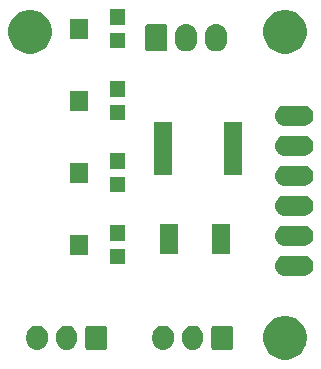
<source format=gbr>
G04 #@! TF.GenerationSoftware,KiCad,Pcbnew,(5.0.2)-1*
G04 #@! TF.CreationDate,2019-03-23T11:15:38+03:00*
G04 #@! TF.ProjectId,galvo-schematic,67616c76-6f2d-4736-9368-656d61746963,rev?*
G04 #@! TF.SameCoordinates,Original*
G04 #@! TF.FileFunction,Soldermask,Top*
G04 #@! TF.FilePolarity,Negative*
%FSLAX46Y46*%
G04 Gerber Fmt 4.6, Leading zero omitted, Abs format (unit mm)*
G04 Created by KiCad (PCBNEW (5.0.2)-1) date 23.03.2019 11:15:38*
%MOMM*%
%LPD*%
G01*
G04 APERTURE LIST*
%ADD10C,0.100000*%
G04 APERTURE END LIST*
D10*
G36*
X146589625Y-108965095D02*
X146589627Y-108965096D01*
X146589628Y-108965096D01*
X146926303Y-109104552D01*
X147229306Y-109307011D01*
X147486989Y-109564694D01*
X147689448Y-109867697D01*
X147828905Y-110204375D01*
X147900000Y-110561791D01*
X147900000Y-110926209D01*
X147842539Y-111215081D01*
X147828904Y-111283628D01*
X147792534Y-111371432D01*
X147689448Y-111620303D01*
X147486989Y-111923306D01*
X147229306Y-112180989D01*
X146926303Y-112383448D01*
X146589628Y-112522904D01*
X146589627Y-112522904D01*
X146589625Y-112522905D01*
X146232209Y-112594000D01*
X145867791Y-112594000D01*
X145510375Y-112522905D01*
X145510373Y-112522904D01*
X145510372Y-112522904D01*
X145173697Y-112383448D01*
X144870694Y-112180989D01*
X144613011Y-111923306D01*
X144410552Y-111620303D01*
X144307466Y-111371432D01*
X144271096Y-111283628D01*
X144257461Y-111215081D01*
X144200000Y-110926209D01*
X144200000Y-110561791D01*
X144271095Y-110204375D01*
X144410552Y-109867697D01*
X144613011Y-109564694D01*
X144870694Y-109307011D01*
X145173697Y-109104552D01*
X145510372Y-108965096D01*
X145510373Y-108965096D01*
X145510375Y-108965095D01*
X145867791Y-108894000D01*
X146232209Y-108894000D01*
X146589625Y-108965095D01*
X146589625Y-108965095D01*
G37*
G36*
X125224429Y-109732022D02*
X125394081Y-109783486D01*
X125550434Y-109867058D01*
X125687475Y-109979525D01*
X125799942Y-110116566D01*
X125799943Y-110116568D01*
X125883514Y-110272919D01*
X125934977Y-110442570D01*
X125934977Y-110442572D01*
X125948000Y-110574789D01*
X125948000Y-110913212D01*
X125934978Y-111045429D01*
X125883514Y-111215081D01*
X125799942Y-111371434D01*
X125687475Y-111508475D01*
X125550434Y-111620942D01*
X125394080Y-111704514D01*
X125224428Y-111755978D01*
X125048000Y-111773355D01*
X124871571Y-111755978D01*
X124701919Y-111704514D01*
X124545566Y-111620942D01*
X124408525Y-111508475D01*
X124296058Y-111371434D01*
X124212486Y-111215080D01*
X124161022Y-111045428D01*
X124148000Y-110913211D01*
X124148000Y-110574788D01*
X124161022Y-110442571D01*
X124212486Y-110272919D01*
X124296057Y-110116568D01*
X124408525Y-109979525D01*
X124485451Y-109916394D01*
X124545567Y-109867058D01*
X124701920Y-109783486D01*
X124871572Y-109732022D01*
X125048000Y-109714645D01*
X125224429Y-109732022D01*
X125224429Y-109732022D01*
G37*
G36*
X138392429Y-109732022D02*
X138562081Y-109783486D01*
X138718434Y-109867058D01*
X138855475Y-109979525D01*
X138967942Y-110116566D01*
X138967943Y-110116568D01*
X139051514Y-110272919D01*
X139102977Y-110442570D01*
X139102977Y-110442572D01*
X139116000Y-110574789D01*
X139116000Y-110913212D01*
X139102978Y-111045429D01*
X139051514Y-111215081D01*
X138967942Y-111371434D01*
X138855475Y-111508475D01*
X138718434Y-111620942D01*
X138562080Y-111704514D01*
X138392428Y-111755978D01*
X138216000Y-111773355D01*
X138039571Y-111755978D01*
X137869919Y-111704514D01*
X137713566Y-111620942D01*
X137576525Y-111508475D01*
X137464058Y-111371434D01*
X137380486Y-111215080D01*
X137329022Y-111045428D01*
X137316000Y-110913211D01*
X137316000Y-110574788D01*
X137329022Y-110442571D01*
X137380486Y-110272919D01*
X137464057Y-110116568D01*
X137576525Y-109979525D01*
X137653451Y-109916394D01*
X137713567Y-109867058D01*
X137869920Y-109783486D01*
X138039572Y-109732022D01*
X138216000Y-109714645D01*
X138392429Y-109732022D01*
X138392429Y-109732022D01*
G37*
G36*
X135892429Y-109732022D02*
X136062081Y-109783486D01*
X136218434Y-109867058D01*
X136355475Y-109979525D01*
X136467942Y-110116566D01*
X136467943Y-110116568D01*
X136551514Y-110272919D01*
X136602977Y-110442570D01*
X136602977Y-110442572D01*
X136616000Y-110574789D01*
X136616000Y-110913212D01*
X136602978Y-111045429D01*
X136551514Y-111215081D01*
X136467942Y-111371434D01*
X136355475Y-111508475D01*
X136218434Y-111620942D01*
X136062080Y-111704514D01*
X135892428Y-111755978D01*
X135716000Y-111773355D01*
X135539571Y-111755978D01*
X135369919Y-111704514D01*
X135213566Y-111620942D01*
X135076525Y-111508475D01*
X134964058Y-111371434D01*
X134880486Y-111215080D01*
X134829022Y-111045428D01*
X134816000Y-110913211D01*
X134816000Y-110574788D01*
X134829022Y-110442571D01*
X134880486Y-110272919D01*
X134964057Y-110116568D01*
X135076525Y-109979525D01*
X135153451Y-109916394D01*
X135213567Y-109867058D01*
X135369920Y-109783486D01*
X135539572Y-109732022D01*
X135716000Y-109714645D01*
X135892429Y-109732022D01*
X135892429Y-109732022D01*
G37*
G36*
X127724429Y-109732022D02*
X127894081Y-109783486D01*
X128050434Y-109867058D01*
X128187475Y-109979525D01*
X128299942Y-110116566D01*
X128299943Y-110116568D01*
X128383514Y-110272919D01*
X128434977Y-110442570D01*
X128434977Y-110442572D01*
X128448000Y-110574789D01*
X128448000Y-110913212D01*
X128434978Y-111045429D01*
X128383514Y-111215081D01*
X128299942Y-111371434D01*
X128187475Y-111508475D01*
X128050434Y-111620942D01*
X127894080Y-111704514D01*
X127724428Y-111755978D01*
X127548000Y-111773355D01*
X127371571Y-111755978D01*
X127201919Y-111704514D01*
X127045566Y-111620942D01*
X126908525Y-111508475D01*
X126796058Y-111371434D01*
X126712486Y-111215080D01*
X126661022Y-111045428D01*
X126648000Y-110913211D01*
X126648000Y-110574788D01*
X126661022Y-110442571D01*
X126712486Y-110272919D01*
X126796057Y-110116568D01*
X126908525Y-109979525D01*
X126985451Y-109916394D01*
X127045567Y-109867058D01*
X127201920Y-109783486D01*
X127371572Y-109732022D01*
X127548000Y-109714645D01*
X127724429Y-109732022D01*
X127724429Y-109732022D01*
G37*
G36*
X141459660Y-109723205D02*
X141495980Y-109734222D01*
X141529459Y-109752118D01*
X141558802Y-109776198D01*
X141582882Y-109805541D01*
X141600778Y-109839020D01*
X141611795Y-109875340D01*
X141616000Y-109918035D01*
X141616000Y-111569965D01*
X141611795Y-111612660D01*
X141600778Y-111648980D01*
X141582882Y-111682459D01*
X141558802Y-111711802D01*
X141529459Y-111735882D01*
X141495980Y-111753778D01*
X141459660Y-111764795D01*
X141416965Y-111769000D01*
X140015035Y-111769000D01*
X139972340Y-111764795D01*
X139936020Y-111753778D01*
X139902541Y-111735882D01*
X139873198Y-111711802D01*
X139849118Y-111682459D01*
X139831222Y-111648980D01*
X139820205Y-111612660D01*
X139816000Y-111569965D01*
X139816000Y-109918035D01*
X139820205Y-109875340D01*
X139831222Y-109839020D01*
X139849118Y-109805541D01*
X139873198Y-109776198D01*
X139902541Y-109752118D01*
X139936020Y-109734222D01*
X139972340Y-109723205D01*
X140015035Y-109719000D01*
X141416965Y-109719000D01*
X141459660Y-109723205D01*
X141459660Y-109723205D01*
G37*
G36*
X130791660Y-109723205D02*
X130827980Y-109734222D01*
X130861459Y-109752118D01*
X130890802Y-109776198D01*
X130914882Y-109805541D01*
X130932778Y-109839020D01*
X130943795Y-109875340D01*
X130948000Y-109918035D01*
X130948000Y-111569965D01*
X130943795Y-111612660D01*
X130932778Y-111648980D01*
X130914882Y-111682459D01*
X130890802Y-111711802D01*
X130861459Y-111735882D01*
X130827980Y-111753778D01*
X130791660Y-111764795D01*
X130748965Y-111769000D01*
X129347035Y-111769000D01*
X129304340Y-111764795D01*
X129268020Y-111753778D01*
X129234541Y-111735882D01*
X129205198Y-111711802D01*
X129181118Y-111682459D01*
X129163222Y-111648980D01*
X129152205Y-111612660D01*
X129148000Y-111569965D01*
X129148000Y-109918035D01*
X129152205Y-109875340D01*
X129163222Y-109839020D01*
X129181118Y-109805541D01*
X129205198Y-109776198D01*
X129234541Y-109752118D01*
X129268020Y-109734222D01*
X129304340Y-109723205D01*
X129347035Y-109719000D01*
X130748965Y-109719000D01*
X130791660Y-109723205D01*
X130791660Y-109723205D01*
G37*
G36*
X147743293Y-103796895D02*
X147906085Y-103846278D01*
X148056114Y-103926470D01*
X148187612Y-104034388D01*
X148295530Y-104165886D01*
X148375722Y-104315915D01*
X148425105Y-104478707D01*
X148441779Y-104648000D01*
X148425105Y-104817293D01*
X148375722Y-104980085D01*
X148295530Y-105130114D01*
X148187612Y-105261612D01*
X148056114Y-105369530D01*
X147906085Y-105449722D01*
X147743293Y-105499105D01*
X147616426Y-105511600D01*
X146007574Y-105511600D01*
X145880707Y-105499105D01*
X145717915Y-105449722D01*
X145567886Y-105369530D01*
X145436388Y-105261612D01*
X145328470Y-105130114D01*
X145248278Y-104980085D01*
X145198895Y-104817293D01*
X145182221Y-104648000D01*
X145198895Y-104478707D01*
X145248278Y-104315915D01*
X145328470Y-104165886D01*
X145436388Y-104034388D01*
X145567886Y-103926470D01*
X145717915Y-103846278D01*
X145880707Y-103796895D01*
X146007574Y-103784400D01*
X147616426Y-103784400D01*
X147743293Y-103796895D01*
X147743293Y-103796895D01*
G37*
G36*
X132498000Y-104520000D02*
X131198000Y-104520000D01*
X131198000Y-103220000D01*
X132498000Y-103220000D01*
X132498000Y-104520000D01*
X132498000Y-104520000D01*
G37*
G36*
X129398000Y-103720000D02*
X127798000Y-103720000D01*
X127798000Y-102020000D01*
X129398000Y-102020000D01*
X129398000Y-103720000D01*
X129398000Y-103720000D01*
G37*
G36*
X137005000Y-103612000D02*
X135455000Y-103612000D01*
X135455000Y-101112000D01*
X137005000Y-101112000D01*
X137005000Y-103612000D01*
X137005000Y-103612000D01*
G37*
G36*
X141405000Y-103612000D02*
X139855000Y-103612000D01*
X139855000Y-101112000D01*
X141405000Y-101112000D01*
X141405000Y-103612000D01*
X141405000Y-103612000D01*
G37*
G36*
X147743293Y-101256895D02*
X147906085Y-101306278D01*
X148056114Y-101386470D01*
X148187612Y-101494388D01*
X148295530Y-101625886D01*
X148375722Y-101775915D01*
X148425105Y-101938707D01*
X148441779Y-102108000D01*
X148425105Y-102277293D01*
X148375722Y-102440085D01*
X148295530Y-102590114D01*
X148187612Y-102721612D01*
X148056114Y-102829530D01*
X147906085Y-102909722D01*
X147743293Y-102959105D01*
X147616426Y-102971600D01*
X146007574Y-102971600D01*
X145880707Y-102959105D01*
X145717915Y-102909722D01*
X145567886Y-102829530D01*
X145436388Y-102721612D01*
X145328470Y-102590114D01*
X145248278Y-102440085D01*
X145198895Y-102277293D01*
X145182221Y-102108000D01*
X145198895Y-101938707D01*
X145248278Y-101775915D01*
X145328470Y-101625886D01*
X145436388Y-101494388D01*
X145567886Y-101386470D01*
X145717915Y-101306278D01*
X145880707Y-101256895D01*
X146007574Y-101244400D01*
X147616426Y-101244400D01*
X147743293Y-101256895D01*
X147743293Y-101256895D01*
G37*
G36*
X132498000Y-102520000D02*
X131198000Y-102520000D01*
X131198000Y-101220000D01*
X132498000Y-101220000D01*
X132498000Y-102520000D01*
X132498000Y-102520000D01*
G37*
G36*
X147743293Y-98716895D02*
X147906085Y-98766278D01*
X148056114Y-98846470D01*
X148187612Y-98954388D01*
X148295530Y-99085886D01*
X148375722Y-99235915D01*
X148425105Y-99398707D01*
X148441779Y-99568000D01*
X148425105Y-99737293D01*
X148375722Y-99900085D01*
X148295530Y-100050114D01*
X148187612Y-100181612D01*
X148056114Y-100289530D01*
X147906085Y-100369722D01*
X147743293Y-100419105D01*
X147616426Y-100431600D01*
X146007574Y-100431600D01*
X145880707Y-100419105D01*
X145717915Y-100369722D01*
X145567886Y-100289530D01*
X145436388Y-100181612D01*
X145328470Y-100050114D01*
X145248278Y-99900085D01*
X145198895Y-99737293D01*
X145182221Y-99568000D01*
X145198895Y-99398707D01*
X145248278Y-99235915D01*
X145328470Y-99085886D01*
X145436388Y-98954388D01*
X145567886Y-98846470D01*
X145717915Y-98766278D01*
X145880707Y-98716895D01*
X146007574Y-98704400D01*
X147616426Y-98704400D01*
X147743293Y-98716895D01*
X147743293Y-98716895D01*
G37*
G36*
X132498000Y-98424000D02*
X131198000Y-98424000D01*
X131198000Y-97124000D01*
X132498000Y-97124000D01*
X132498000Y-98424000D01*
X132498000Y-98424000D01*
G37*
G36*
X147743293Y-96176895D02*
X147906085Y-96226278D01*
X148056114Y-96306470D01*
X148187612Y-96414388D01*
X148295530Y-96545886D01*
X148375722Y-96695915D01*
X148425105Y-96858707D01*
X148441779Y-97028000D01*
X148425105Y-97197293D01*
X148375722Y-97360085D01*
X148295530Y-97510114D01*
X148187612Y-97641612D01*
X148056114Y-97749530D01*
X147906085Y-97829722D01*
X147743293Y-97879105D01*
X147616426Y-97891600D01*
X146007574Y-97891600D01*
X145880707Y-97879105D01*
X145717915Y-97829722D01*
X145567886Y-97749530D01*
X145436388Y-97641612D01*
X145328470Y-97510114D01*
X145248278Y-97360085D01*
X145198895Y-97197293D01*
X145182221Y-97028000D01*
X145198895Y-96858707D01*
X145248278Y-96695915D01*
X145328470Y-96545886D01*
X145436388Y-96414388D01*
X145567886Y-96306470D01*
X145717915Y-96226278D01*
X145880707Y-96176895D01*
X146007574Y-96164400D01*
X147616426Y-96164400D01*
X147743293Y-96176895D01*
X147743293Y-96176895D01*
G37*
G36*
X129398000Y-97624000D02*
X127798000Y-97624000D01*
X127798000Y-95924000D01*
X129398000Y-95924000D01*
X129398000Y-97624000D01*
X129398000Y-97624000D01*
G37*
G36*
X136509000Y-96967000D02*
X134959000Y-96967000D01*
X134959000Y-92517000D01*
X136509000Y-92517000D01*
X136509000Y-96967000D01*
X136509000Y-96967000D01*
G37*
G36*
X142409000Y-96967000D02*
X140859000Y-96967000D01*
X140859000Y-92517000D01*
X142409000Y-92517000D01*
X142409000Y-96967000D01*
X142409000Y-96967000D01*
G37*
G36*
X132498000Y-96424000D02*
X131198000Y-96424000D01*
X131198000Y-95124000D01*
X132498000Y-95124000D01*
X132498000Y-96424000D01*
X132498000Y-96424000D01*
G37*
G36*
X147743293Y-93636895D02*
X147906085Y-93686278D01*
X148056114Y-93766470D01*
X148187612Y-93874388D01*
X148295530Y-94005886D01*
X148375722Y-94155915D01*
X148425105Y-94318707D01*
X148441779Y-94488000D01*
X148425105Y-94657293D01*
X148375722Y-94820085D01*
X148295530Y-94970114D01*
X148187612Y-95101612D01*
X148056114Y-95209530D01*
X147906085Y-95289722D01*
X147743293Y-95339105D01*
X147616426Y-95351600D01*
X146007574Y-95351600D01*
X145880707Y-95339105D01*
X145717915Y-95289722D01*
X145567886Y-95209530D01*
X145436388Y-95101612D01*
X145328470Y-94970114D01*
X145248278Y-94820085D01*
X145198895Y-94657293D01*
X145182221Y-94488000D01*
X145198895Y-94318707D01*
X145248278Y-94155915D01*
X145328470Y-94005886D01*
X145436388Y-93874388D01*
X145567886Y-93766470D01*
X145717915Y-93686278D01*
X145880707Y-93636895D01*
X146007574Y-93624400D01*
X147616426Y-93624400D01*
X147743293Y-93636895D01*
X147743293Y-93636895D01*
G37*
G36*
X147743293Y-91096895D02*
X147906085Y-91146278D01*
X148056114Y-91226470D01*
X148187612Y-91334388D01*
X148295530Y-91465886D01*
X148375722Y-91615915D01*
X148425105Y-91778707D01*
X148441779Y-91948000D01*
X148425105Y-92117293D01*
X148375722Y-92280085D01*
X148295530Y-92430114D01*
X148187612Y-92561612D01*
X148056114Y-92669530D01*
X147906085Y-92749722D01*
X147743293Y-92799105D01*
X147616426Y-92811600D01*
X146007574Y-92811600D01*
X145880707Y-92799105D01*
X145717915Y-92749722D01*
X145567886Y-92669530D01*
X145436388Y-92561612D01*
X145328470Y-92430114D01*
X145248278Y-92280085D01*
X145198895Y-92117293D01*
X145182221Y-91948000D01*
X145198895Y-91778707D01*
X145248278Y-91615915D01*
X145328470Y-91465886D01*
X145436388Y-91334388D01*
X145567886Y-91226470D01*
X145717915Y-91146278D01*
X145880707Y-91096895D01*
X146007574Y-91084400D01*
X147616426Y-91084400D01*
X147743293Y-91096895D01*
X147743293Y-91096895D01*
G37*
G36*
X132498000Y-92328000D02*
X131198000Y-92328000D01*
X131198000Y-91028000D01*
X132498000Y-91028000D01*
X132498000Y-92328000D01*
X132498000Y-92328000D01*
G37*
G36*
X129398000Y-91528000D02*
X127798000Y-91528000D01*
X127798000Y-89828000D01*
X129398000Y-89828000D01*
X129398000Y-91528000D01*
X129398000Y-91528000D01*
G37*
G36*
X132498000Y-90328000D02*
X131198000Y-90328000D01*
X131198000Y-89028000D01*
X132498000Y-89028000D01*
X132498000Y-90328000D01*
X132498000Y-90328000D01*
G37*
G36*
X146589625Y-83057095D02*
X146589627Y-83057096D01*
X146589628Y-83057096D01*
X146926303Y-83196552D01*
X147229306Y-83399011D01*
X147486989Y-83656694D01*
X147689448Y-83959697D01*
X147822159Y-84280087D01*
X147828905Y-84296375D01*
X147900000Y-84653791D01*
X147900000Y-85018209D01*
X147828905Y-85375625D01*
X147828904Y-85375628D01*
X147689448Y-85712303D01*
X147486989Y-86015306D01*
X147229306Y-86272989D01*
X147074379Y-86376507D01*
X146926303Y-86475448D01*
X146589628Y-86614904D01*
X146589627Y-86614904D01*
X146589625Y-86614905D01*
X146232209Y-86686000D01*
X145867791Y-86686000D01*
X145510375Y-86614905D01*
X145510373Y-86614904D01*
X145510372Y-86614904D01*
X145173697Y-86475448D01*
X145025621Y-86376507D01*
X144870694Y-86272989D01*
X144613011Y-86015306D01*
X144410552Y-85712303D01*
X144271096Y-85375628D01*
X144271095Y-85375625D01*
X144200000Y-85018209D01*
X144200000Y-84653791D01*
X144271095Y-84296375D01*
X144277842Y-84280087D01*
X144410552Y-83959697D01*
X144613011Y-83656694D01*
X144870694Y-83399011D01*
X145173697Y-83196552D01*
X145510372Y-83057096D01*
X145510373Y-83057096D01*
X145510375Y-83057095D01*
X145867791Y-82986000D01*
X146232209Y-82986000D01*
X146589625Y-83057095D01*
X146589625Y-83057095D01*
G37*
G36*
X124999625Y-83057095D02*
X124999627Y-83057096D01*
X124999628Y-83057096D01*
X125336303Y-83196552D01*
X125639306Y-83399011D01*
X125896989Y-83656694D01*
X126099448Y-83959697D01*
X126232159Y-84280087D01*
X126238905Y-84296375D01*
X126310000Y-84653791D01*
X126310000Y-85018209D01*
X126238905Y-85375625D01*
X126238904Y-85375628D01*
X126099448Y-85712303D01*
X125896989Y-86015306D01*
X125639306Y-86272989D01*
X125484379Y-86376507D01*
X125336303Y-86475448D01*
X124999628Y-86614904D01*
X124999627Y-86614904D01*
X124999625Y-86614905D01*
X124642209Y-86686000D01*
X124277791Y-86686000D01*
X123920375Y-86614905D01*
X123920373Y-86614904D01*
X123920372Y-86614904D01*
X123583697Y-86475448D01*
X123435621Y-86376507D01*
X123280694Y-86272989D01*
X123023011Y-86015306D01*
X122820552Y-85712303D01*
X122681096Y-85375628D01*
X122681095Y-85375625D01*
X122610000Y-85018209D01*
X122610000Y-84653791D01*
X122681095Y-84296375D01*
X122687842Y-84280087D01*
X122820552Y-83959697D01*
X123023011Y-83656694D01*
X123280694Y-83399011D01*
X123583697Y-83196552D01*
X123920372Y-83057096D01*
X123920373Y-83057096D01*
X123920375Y-83057095D01*
X124277791Y-82986000D01*
X124642209Y-82986000D01*
X124999625Y-83057095D01*
X124999625Y-83057095D01*
G37*
G36*
X140388348Y-84207311D02*
X140561772Y-84259919D01*
X140721598Y-84345348D01*
X140736037Y-84357198D01*
X140861686Y-84460314D01*
X140976653Y-84600403D01*
X141005189Y-84653791D01*
X141062081Y-84760227D01*
X141114689Y-84933651D01*
X141128000Y-85068802D01*
X141128000Y-85619197D01*
X141118829Y-85712303D01*
X141114688Y-85754351D01*
X141062081Y-85927772D01*
X140976653Y-86087597D01*
X140861686Y-86227686D01*
X140721597Y-86342653D01*
X140661817Y-86374606D01*
X140561773Y-86428081D01*
X140388349Y-86480689D01*
X140208000Y-86498452D01*
X140027652Y-86480689D01*
X139854228Y-86428081D01*
X139754184Y-86374606D01*
X139694404Y-86342653D01*
X139554315Y-86227686D01*
X139439348Y-86087597D01*
X139399583Y-86013202D01*
X139353919Y-85927773D01*
X139301311Y-85754349D01*
X139288000Y-85619198D01*
X139288000Y-85068803D01*
X139301311Y-84933652D01*
X139353919Y-84760228D01*
X139439348Y-84600402D01*
X139469296Y-84563910D01*
X139554314Y-84460314D01*
X139694403Y-84345347D01*
X139816496Y-84280087D01*
X139854227Y-84259919D01*
X140027651Y-84207311D01*
X140208000Y-84189548D01*
X140388348Y-84207311D01*
X140388348Y-84207311D01*
G37*
G36*
X137848348Y-84207311D02*
X138021772Y-84259919D01*
X138181598Y-84345348D01*
X138196037Y-84357198D01*
X138321686Y-84460314D01*
X138436653Y-84600403D01*
X138465189Y-84653791D01*
X138522081Y-84760227D01*
X138574689Y-84933651D01*
X138588000Y-85068802D01*
X138588000Y-85619197D01*
X138578829Y-85712303D01*
X138574688Y-85754351D01*
X138522081Y-85927772D01*
X138436653Y-86087597D01*
X138321686Y-86227686D01*
X138181597Y-86342653D01*
X138121817Y-86374606D01*
X138021773Y-86428081D01*
X137848349Y-86480689D01*
X137668000Y-86498452D01*
X137487652Y-86480689D01*
X137314228Y-86428081D01*
X137214184Y-86374606D01*
X137154404Y-86342653D01*
X137014315Y-86227686D01*
X136899348Y-86087597D01*
X136859583Y-86013202D01*
X136813919Y-85927773D01*
X136761311Y-85754349D01*
X136748000Y-85619198D01*
X136748000Y-85068803D01*
X136761311Y-84933652D01*
X136813919Y-84760228D01*
X136899348Y-84600402D01*
X136929296Y-84563910D01*
X137014314Y-84460314D01*
X137154403Y-84345347D01*
X137276496Y-84280087D01*
X137314227Y-84259919D01*
X137487651Y-84207311D01*
X137668000Y-84189548D01*
X137848348Y-84207311D01*
X137848348Y-84207311D01*
G37*
G36*
X135892474Y-84198185D02*
X135928606Y-84209145D01*
X135961913Y-84226948D01*
X135991099Y-84250901D01*
X136015052Y-84280087D01*
X136032855Y-84313394D01*
X136043815Y-84349526D01*
X136048000Y-84392011D01*
X136048000Y-86295989D01*
X136043815Y-86338474D01*
X136032855Y-86374606D01*
X136015052Y-86407913D01*
X135991099Y-86437099D01*
X135961913Y-86461052D01*
X135928606Y-86478855D01*
X135892474Y-86489815D01*
X135849989Y-86494000D01*
X134406011Y-86494000D01*
X134363526Y-86489815D01*
X134327394Y-86478855D01*
X134294087Y-86461052D01*
X134264901Y-86437099D01*
X134240948Y-86407913D01*
X134223145Y-86374606D01*
X134212185Y-86338474D01*
X134208000Y-86295989D01*
X134208000Y-84392011D01*
X134212185Y-84349526D01*
X134223145Y-84313394D01*
X134240948Y-84280087D01*
X134264901Y-84250901D01*
X134294087Y-84226948D01*
X134327394Y-84209145D01*
X134363526Y-84198185D01*
X134406011Y-84194000D01*
X135849989Y-84194000D01*
X135892474Y-84198185D01*
X135892474Y-84198185D01*
G37*
G36*
X132498000Y-86232000D02*
X131198000Y-86232000D01*
X131198000Y-84932000D01*
X132498000Y-84932000D01*
X132498000Y-86232000D01*
X132498000Y-86232000D01*
G37*
G36*
X129398000Y-85432000D02*
X127798000Y-85432000D01*
X127798000Y-83732000D01*
X129398000Y-83732000D01*
X129398000Y-85432000D01*
X129398000Y-85432000D01*
G37*
G36*
X132498000Y-84232000D02*
X131198000Y-84232000D01*
X131198000Y-82932000D01*
X132498000Y-82932000D01*
X132498000Y-84232000D01*
X132498000Y-84232000D01*
G37*
M02*

</source>
